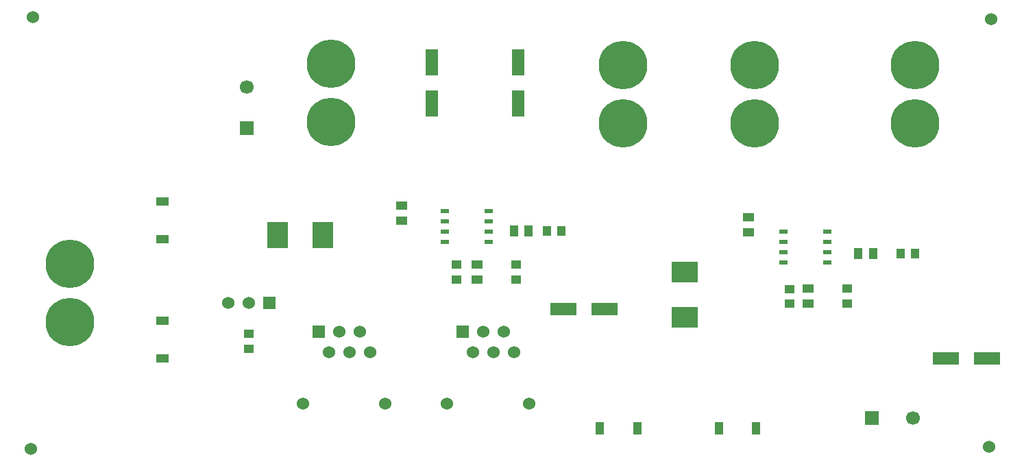
<source format=gbr>
%TF.GenerationSoftware,Altium Limited,Altium Designer,19.1.8 (144)*%
G04 Layer_Color=255*
%FSLAX26Y26*%
%MOIN*%
%TF.FileFunction,Pads,Top*%
%TF.Part,Single*%
G01*
G75*
%TA.AperFunction,SMDPad,CuDef*%
%ADD10R,0.125984X0.062992*%
%ADD11R,0.062992X0.125984*%
%ADD12R,0.043307X0.019685*%
%ADD13R,0.051181X0.041339*%
%ADD14R,0.098425X0.127953*%
%ADD15R,0.127953X0.098425*%
%ADD16R,0.055118X0.041339*%
%ADD17R,0.041339X0.051181*%
%ADD18R,0.041339X0.055118*%
%TA.AperFunction,ComponentPad*%
%ADD23R,0.039370X0.059055*%
%ADD24R,0.059055X0.039370*%
%ADD25C,0.236220*%
%ADD26C,0.060000*%
%ADD27R,0.060000X0.060000*%
%ADD28C,0.066929*%
%ADD29R,0.066929X0.066929*%
%ADD30R,0.066929X0.066929*%
%TA.AperFunction,WasherPad*%
%ADD31C,0.060000*%
D10*
X2710000Y790000D02*
D03*
X2910787D02*
D03*
X4570000Y550000D02*
D03*
X4770787D02*
D03*
D11*
X2070000Y1789213D02*
D03*
Y1990000D02*
D03*
X2490000Y1790000D02*
D03*
Y1990787D02*
D03*
D12*
X2347598Y1165000D02*
D03*
Y1215000D02*
D03*
Y1265000D02*
D03*
Y1115000D02*
D03*
X2135000D02*
D03*
Y1265000D02*
D03*
Y1215000D02*
D03*
Y1165000D02*
D03*
X3993622Y1065276D02*
D03*
Y1115276D02*
D03*
Y1165276D02*
D03*
Y1015276D02*
D03*
X3781024D02*
D03*
Y1165276D02*
D03*
Y1115276D02*
D03*
Y1065276D02*
D03*
D13*
X1180000Y670000D02*
D03*
Y597165D02*
D03*
X3810000Y814331D02*
D03*
Y887165D02*
D03*
X2190000Y932165D02*
D03*
Y1005000D02*
D03*
X2480000Y932165D02*
D03*
Y1005000D02*
D03*
X4090000Y817165D02*
D03*
Y890000D02*
D03*
D14*
X1540473Y1150000D02*
D03*
X1320000D02*
D03*
D15*
X3300000Y970000D02*
D03*
Y749528D02*
D03*
D16*
X1925000Y1218583D02*
D03*
Y1291417D02*
D03*
X3610000Y1163583D02*
D03*
Y1236417D02*
D03*
X2290000Y1005000D02*
D03*
Y932165D02*
D03*
X3900000Y890000D02*
D03*
Y817165D02*
D03*
D17*
X4422835Y1060000D02*
D03*
X4350000D02*
D03*
X2702835Y1170000D02*
D03*
X2630000D02*
D03*
D18*
X4143583Y1060000D02*
D03*
X4216417D02*
D03*
X2470000Y1170000D02*
D03*
X2542835D02*
D03*
D23*
X3467559Y210197D02*
D03*
X3648661Y210000D02*
D03*
X3069921Y210197D02*
D03*
X2886850Y210000D02*
D03*
D24*
X760000Y1130000D02*
D03*
X760197Y1311102D02*
D03*
X760000Y732362D02*
D03*
X760197Y549291D02*
D03*
D25*
X4420000Y1975746D02*
D03*
Y1692281D02*
D03*
X3001124Y1975746D02*
D03*
Y1692281D02*
D03*
X1580000Y1983465D02*
D03*
Y1700000D02*
D03*
X3641124Y1975746D02*
D03*
Y1692281D02*
D03*
X310000Y1010000D02*
D03*
Y726535D02*
D03*
D26*
X1080000Y820000D02*
D03*
X1180000D02*
D03*
X1770000Y580000D02*
D03*
X1670000D02*
D03*
X1570000D02*
D03*
X1720000Y680000D02*
D03*
X1620000D02*
D03*
X1845000Y330000D02*
D03*
X1445000D02*
D03*
X2470000Y580000D02*
D03*
X2370000D02*
D03*
X2270000D02*
D03*
X2420000Y680000D02*
D03*
X2320000D02*
D03*
X2545000Y330000D02*
D03*
X2145000D02*
D03*
D27*
X1280000Y820000D02*
D03*
X1520000Y680000D02*
D03*
X2220000D02*
D03*
D28*
X4410000Y260000D02*
D03*
X1170000Y1870000D02*
D03*
D29*
X4210000Y260000D02*
D03*
D30*
X1170000Y1670000D02*
D03*
D31*
X130000Y2210000D02*
D03*
X120000Y110000D02*
D03*
X4790000Y2200000D02*
D03*
X4780000Y120000D02*
D03*
%TF.MD5,97801a3f7dc35d8d0cf4ffc26c1a8fa0*%
M02*

</source>
